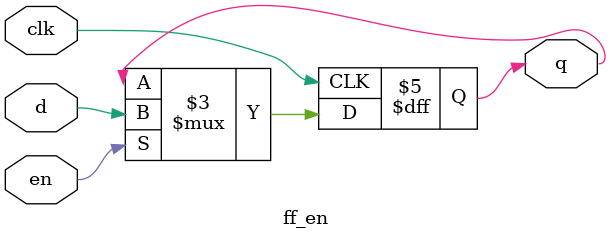
<source format=v>
`timescale 1ns / 1ps


module ff_en(clk, d, en, q);
    input wire clk, d, en;
    output reg q;
    always @ (posedge clk) begin
        if(en) q <= d;
        else q <= q;        
    end 
endmodule

</source>
